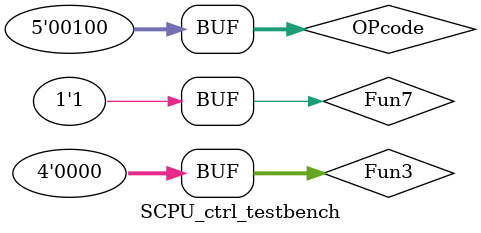
<source format=v>
`timescale 1ns / 1ps


module SCPU_ctrl_testbench(

    );
    reg  Fun7;
    reg [3:0] Fun3;
    reg [4:0] OPcode;

    wire Jump,Branch,RegWrite,MemRW;
    wire [1:0] ImmSel;
    wire [2:0] ALU_Control;
    wire ALUSrc_B;
    wire  [1:0]MemtoReg;
    SCPU_ctrl temp
    (
        .OPcode(OPcode),
        .Fun3(Fun3),
        .Fun7(Fun7),

        .ImmSel(ImmSel),
        .ALUSrc_B(ALUSrc_B),
        .MemtoReg(MemtoReg),
        .Jump(Jump),
        .Branch(Branch),
        .RegWrite(RegWrite),
        .MemRW(MemRW),
        .ALU_Control(ALU_Control)
    );

    initial begin
// Initialize Inputs
OPcode = 0;
Fun3 = 0;
Fun7 = 0;
#40;
// Wait 40 ns for global reset to finish。以上是测试模板代码。
// Add stimulus here
//检查输出信号和关键信号输出是否满足真值表
OPcode = 5'b01100; //ALU指令，检查 ALUop=2’b10; RegWrite=1
Fun3 = 3'b000; Fun7 = 1'b0;//add,检查ALU_Control=3'b010
#20;
Fun3 = 3'b000; Fun7 = 1'b1;//sub,检查ALU_Control=3'b110
#20;
Fun3 = 3'b111; Fun7 = 1'b0;//and,检查ALU_Control=3'b000
#20;
Fun3 = 3'b110; Fun7 = 1'b0;//or,检查ALU_Control=3'b001
#20;
Fun3 = 3'b010; Fun7 = 1'b0 ;//slt,检查ALU_Control=3'b111
#20;
Fun3 = 3'b101; Fun7 = 1'b0 ;//srl,检查ALU_Control=3'b101
#20;
Fun3 = 3'b100; Fun7 = 1'b0 ;//xor,检查ALU_Control=3'b011
#20;
Fun3 = 3'b111; Fun7 = 1'b1; //间隔
#1;
OPcode = 5'b00000; //load指令，检查 ALUop=2’b00,
#20; // ALUSrc_B=1, MemtoReg=1, RegWrite=1
OPcode = 5'b01000;
#20; //store指令，检查ALUop=2'b00, MemRW=1, ALUSrc_B=1
OPcode = 5'b11000;//beq指令，检查 ALUop=2’b01, Branch=1
#20;
OPcode = 5'b11011; //jump指令，检查 Jump=1
#20;
OPcode = 5'b00100; //I指令，检查 ALUop=2’b11; RegWrite=1
#20;
Fun3 = 3'b000; //addi,检查ALU_Control=3’b010
end
endmodule

</source>
